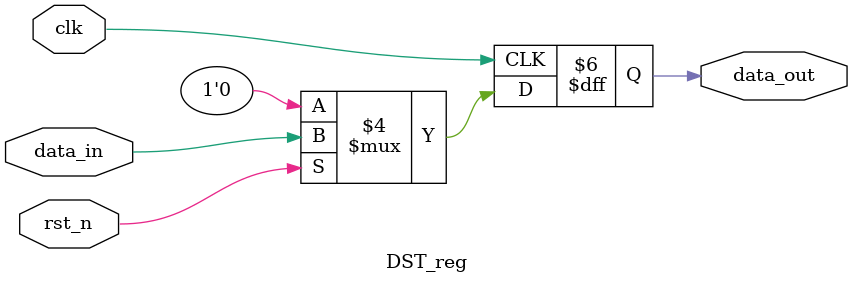
<source format=v>
`timescale 1ns / 1ps


module DST_reg(
    input clk,
    input rst_n,
    input data_in,
    output reg data_out
    );

    always @(posedge clk) begin : proc_data_out
        if(~rst_n) begin
            data_out <= 0;
        end else begin
            data_out <= data_in;
        end
    end
endmodule

</source>
